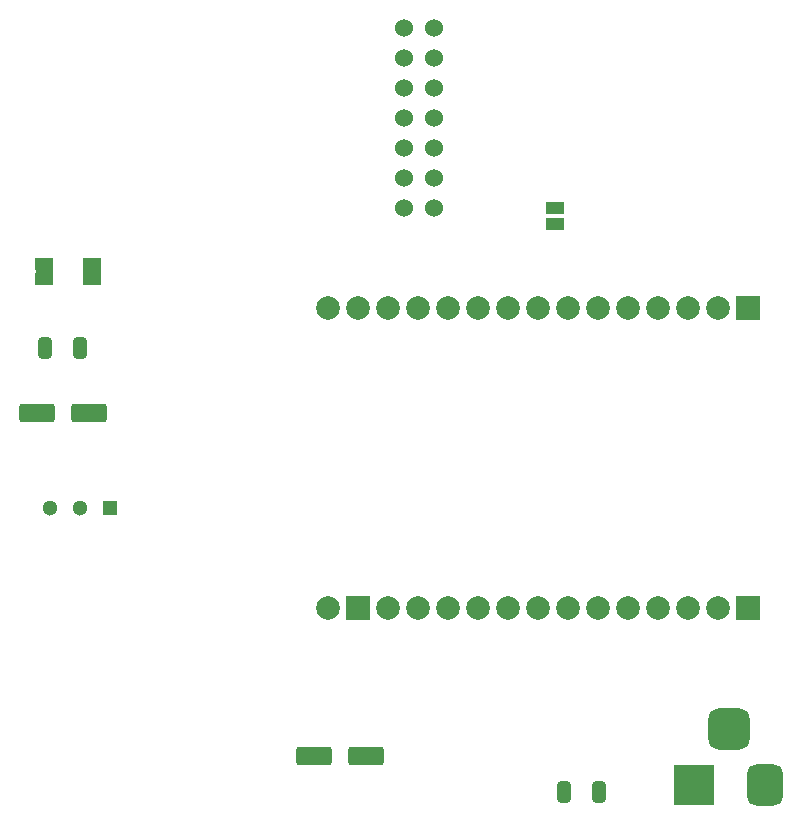
<source format=gbr>
%TF.GenerationSoftware,KiCad,Pcbnew,9.0.0-9.0.0-2~ubuntu24.04.1*%
%TF.CreationDate,2025-04-06T07:06:59+03:00*%
%TF.ProjectId,InterfaceBoard_Transciever3,496e7465-7266-4616-9365-426f6172645f,rev?*%
%TF.SameCoordinates,Original*%
%TF.FileFunction,Soldermask,Top*%
%TF.FilePolarity,Negative*%
%FSLAX46Y46*%
G04 Gerber Fmt 4.6, Leading zero omitted, Abs format (unit mm)*
G04 Created by KiCad (PCBNEW 9.0.0-9.0.0-2~ubuntu24.04.1) date 2025-04-06 07:06:59*
%MOMM*%
%LPD*%
G01*
G04 APERTURE LIST*
G04 Aperture macros list*
%AMRoundRect*
0 Rectangle with rounded corners*
0 $1 Rounding radius*
0 $2 $3 $4 $5 $6 $7 $8 $9 X,Y pos of 4 corners*
0 Add a 4 corners polygon primitive as box body*
4,1,4,$2,$3,$4,$5,$6,$7,$8,$9,$2,$3,0*
0 Add four circle primitives for the rounded corners*
1,1,$1+$1,$2,$3*
1,1,$1+$1,$4,$5*
1,1,$1+$1,$6,$7*
1,1,$1+$1,$8,$9*
0 Add four rect primitives between the rounded corners*
20,1,$1+$1,$2,$3,$4,$5,0*
20,1,$1+$1,$4,$5,$6,$7,0*
20,1,$1+$1,$6,$7,$8,$9,0*
20,1,$1+$1,$8,$9,$2,$3,0*%
G04 Aperture macros list end*
%ADD10R,1.500000X1.000000*%
%ADD11RoundRect,0.250000X-1.250000X-0.550000X1.250000X-0.550000X1.250000X0.550000X-1.250000X0.550000X0*%
%ADD12RoundRect,0.250000X-0.325000X-0.650000X0.325000X-0.650000X0.325000X0.650000X-0.325000X0.650000X0*%
%ADD13R,1.300000X1.300000*%
%ADD14C,1.300000*%
%ADD15C,1.524000*%
%ADD16R,3.500000X3.500000*%
%ADD17RoundRect,0.750000X0.750000X1.000000X-0.750000X1.000000X-0.750000X-1.000000X0.750000X-1.000000X0*%
%ADD18RoundRect,0.875000X0.875000X0.875000X-0.875000X0.875000X-0.875000X-0.875000X0.875000X-0.875000X0*%
%ADD19C,2.000000*%
%ADD20R,2.000000X2.000000*%
G04 APERTURE END LIST*
%TO.C,jump3v3*%
G36*
X127650000Y-83410000D02*
G01*
X129150000Y-83410000D01*
X129150000Y-83110000D01*
X127650000Y-83110000D01*
X127650000Y-83410000D01*
G37*
%TO.C,jumpgnd*%
G36*
X131650000Y-83410000D02*
G01*
X133150000Y-83410000D01*
X133150000Y-83110000D01*
X131650000Y-83110000D01*
X131650000Y-83410000D01*
G37*
%TD*%
D10*
%TO.C,solderjump5V*%
X171600000Y-77930000D03*
X171600000Y-79230000D03*
%TD*%
%TO.C,jump3v3*%
X128400000Y-83910000D03*
X128400000Y-82610000D03*
%TD*%
%TO.C,jumpgnd*%
X132400000Y-83910000D03*
X132400000Y-82610000D03*
%TD*%
D11*
%TO.C,C2_1206_10uf*%
X127755000Y-95260000D03*
X132155000Y-95260000D03*
%TD*%
D12*
%TO.C,R2_1206*%
X172425000Y-127340000D03*
X175375000Y-127340000D03*
%TD*%
D11*
%TO.C,C1_1206_10uf*%
X151225000Y-124260000D03*
X155625000Y-124260000D03*
%TD*%
D12*
%TO.C,C2_1206_10nf*%
X128480000Y-89760000D03*
X131430000Y-89760000D03*
%TD*%
D13*
%TO.C,REGULATOR5V*%
X133980000Y-103260000D03*
D14*
X131440000Y-103260000D03*
X128900000Y-103260000D03*
%TD*%
D15*
%TO.C,LoRaType3*%
X158860000Y-62680000D03*
X158860000Y-65220000D03*
X158860000Y-67760000D03*
X158860000Y-70300000D03*
X158860000Y-72840000D03*
X158860000Y-75380000D03*
X158860000Y-77920000D03*
X161400000Y-77920000D03*
X161400000Y-75380000D03*
X161400000Y-72840000D03*
X161400000Y-70300000D03*
X161400000Y-67760000D03*
X161400000Y-65220000D03*
X161400000Y-62680000D03*
%TD*%
D16*
%TO.C,BarrelJack_Horizontal*%
X183400000Y-126717500D03*
D17*
X189400000Y-126717500D03*
D18*
X186400000Y-122017500D03*
%TD*%
D19*
%TO.C,ESP32C6*%
X170180000Y-86360000D03*
X167640000Y-86360000D03*
X185420000Y-111760000D03*
X182880000Y-111760000D03*
X185420000Y-86360000D03*
X180340000Y-86360000D03*
X177800000Y-86360000D03*
X152400000Y-86360000D03*
X152400000Y-111760000D03*
X175260000Y-86360000D03*
X172720000Y-86360000D03*
X165100000Y-86360000D03*
X157480000Y-111760000D03*
X162560000Y-86360000D03*
X160020000Y-86360000D03*
X157480000Y-86360000D03*
X154940000Y-86360000D03*
X175260000Y-111760000D03*
X160020000Y-111760000D03*
X162560000Y-111760000D03*
X165100000Y-111760000D03*
X167640000Y-111760000D03*
X170180000Y-111760000D03*
X172720000Y-111760000D03*
D20*
X154940000Y-111760000D03*
X187960000Y-86360000D03*
X187960000Y-111760000D03*
D19*
X182880000Y-86360000D03*
X177800000Y-111760000D03*
X180340000Y-111760000D03*
%TD*%
M02*

</source>
